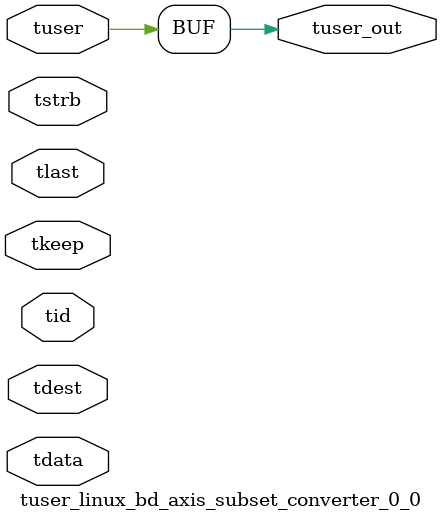
<source format=v>


`timescale 1ps/1ps

module tuser_linux_bd_axis_subset_converter_0_0 #
(
parameter C_S_AXIS_TUSER_WIDTH = 1,
parameter C_S_AXIS_TDATA_WIDTH = 32,
parameter C_S_AXIS_TID_WIDTH   = 0,
parameter C_S_AXIS_TDEST_WIDTH = 0,
parameter C_M_AXIS_TUSER_WIDTH = 1
)
(
input  [(C_S_AXIS_TUSER_WIDTH == 0 ? 1 : C_S_AXIS_TUSER_WIDTH)-1:0     ] tuser,
input  [(C_S_AXIS_TDATA_WIDTH == 0 ? 1 : C_S_AXIS_TDATA_WIDTH)-1:0     ] tdata,
input  [(C_S_AXIS_TID_WIDTH   == 0 ? 1 : C_S_AXIS_TID_WIDTH)-1:0       ] tid,
input  [(C_S_AXIS_TDEST_WIDTH == 0 ? 1 : C_S_AXIS_TDEST_WIDTH)-1:0     ] tdest,
input  [(C_S_AXIS_TDATA_WIDTH/8)-1:0 ] tkeep,
input  [(C_S_AXIS_TDATA_WIDTH/8)-1:0 ] tstrb,
input                                                                    tlast,
output [C_M_AXIS_TUSER_WIDTH-1:0] tuser_out
);

assign tuser_out = {tuser[0:0]};

endmodule


</source>
